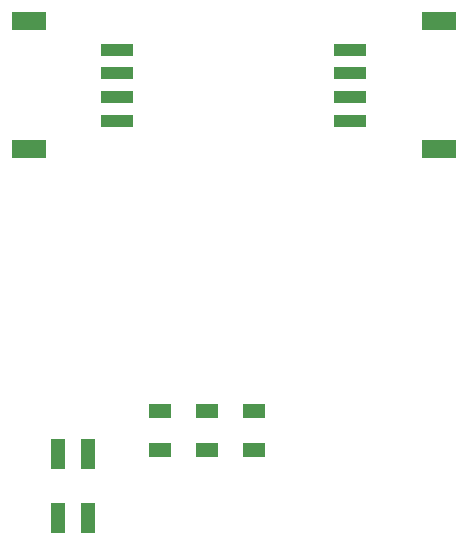
<source format=gbr>
G04 #@! TF.GenerationSoftware,KiCad,Pcbnew,(5.1.5-0-10_14)*
G04 #@! TF.CreationDate,2020-12-02T11:51:34+01:00*
G04 #@! TF.ProjectId,smartcitizen-adc-4-ch,736d6172-7463-4697-9469-7a656e2d6164,rev?*
G04 #@! TF.SameCoordinates,Original*
G04 #@! TF.FileFunction,Paste,Top*
G04 #@! TF.FilePolarity,Positive*
%FSLAX46Y46*%
G04 Gerber Fmt 4.6, Leading zero omitted, Abs format (unit mm)*
G04 Created by KiCad (PCBNEW (5.1.5-0-10_14)) date 2020-12-02 11:51:34*
%MOMM*%
%LPD*%
G04 APERTURE LIST*
%ADD10R,2.999740X1.500000*%
%ADD11R,2.738120X1.008380*%
%ADD12R,1.905000X1.270000*%
%ADD13R,1.270000X2.540000*%
G04 APERTURE END LIST*
D10*
X138901620Y-63302500D03*
X138901620Y-74097500D03*
D11*
X146399700Y-65700260D03*
X146399700Y-67701780D03*
X146399700Y-69698220D03*
X146399700Y-71699740D03*
D12*
X157988000Y-96291400D03*
X157988000Y-99593400D03*
X150012400Y-96291400D03*
X150012400Y-99593400D03*
X154025600Y-96291400D03*
X154025600Y-99593400D03*
D13*
X141330000Y-105340000D03*
X141330000Y-99881540D03*
X143870000Y-105340000D03*
X143870000Y-99881540D03*
D11*
X166100300Y-65700260D03*
X166100300Y-67701780D03*
X166100300Y-69698220D03*
X166100300Y-71699740D03*
D10*
X173598380Y-63302500D03*
X173598380Y-74097500D03*
M02*

</source>
